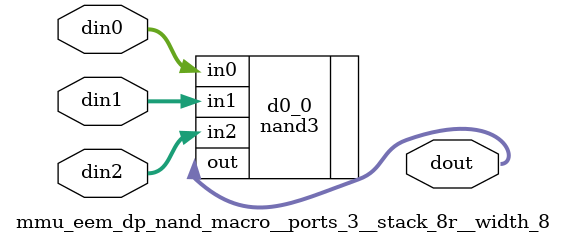
<source format=v>
module mmu_eem_dp (
  asi_error_inject, 
  asi_error_mask, 
  asi_mbist_ecc_in, 
  asi_mbist_run, 
  ecc_in, 
  ecc_out);
wire mbist_run_;
wire [7:0] pre_error_inject_;
wire [7:0] pre_error_inject;
wire [7:0] error_inject;
wire [7:0] error_inject_;
wire [7:0] ecc_in_;
wire [7:0] ecc_mux_0;
wire [7:0] ecc_mux_1;
wire [7:0] ecc_mux_2;



input		asi_error_inject;
input	[7:0]	asi_error_mask;

input	[7:0]	asi_mbist_ecc_in;
input		asi_mbist_run;

input 	[7:0]	ecc_in;

output	[7:0]	ecc_out;	


mmu_eem_dp_inv_macro__stack_8r__width_1 mbist_run_b_inv   (
	.din	(asi_mbist_run			),
	.dout	(mbist_run_			)
);

mmu_eem_dp_nand_macro__ports_2__stack_8r__width_8 pre_error_inject_b_and    (
	.din0	({8 {asi_error_inject}}		),
	.din1	(asi_error_mask		[7:0]	),
	.dout	(pre_error_inject_	[7:0]	)
);

mmu_eem_dp_inv_macro__stack_8r__width_8 pre_error_inject_inv   (
	.din	(pre_error_inject_	[7:0]	),
	.dout	(pre_error_inject	[7:0]	)
);

mmu_eem_dp_and_macro__stack_8r__width_8 error_inject_and   (
	.din0	(pre_error_inject	[7:0]	),
	.din1	({8 {mbist_run_}}		),
	.dout	(error_inject		[7:0]	)
);

mmu_eem_dp_and_macro__stack_8r__width_8 error_inject_b_and   (
	.din0	(pre_error_inject_	[7:0]	),
	.din1	({8 {mbist_run_}}		),
	.dout	(error_inject_		[7:0]	)
);

mmu_eem_dp_inv_macro__stack_8r__width_8 ecc_in_b_inv   (
	.din	(ecc_in			[7:0]	),
	.dout	(ecc_in_		[7:0]	)
);

mmu_eem_dp_nand_macro__ports_2__stack_8r__width_8 ecc_mux_0_nand    (
	.din0	(ecc_in			[7:0]	),
	.din1	(error_inject_		[7:0]	),
	.dout	(ecc_mux_0		[7:0]	)
);

mmu_eem_dp_nand_macro__ports_2__stack_8r__width_8 ecc_mux_1_nand    (
	.din0	(ecc_in_		[7:0]	),
	.din1	(error_inject		[7:0]	),
	.dout	(ecc_mux_1		[7:0]	)
);

mmu_eem_dp_nand_macro__ports_2__stack_8r__width_8 ecc_mux_2_nand    (
	.din0	(asi_mbist_ecc_in	[7:0]	),
	.din1	({8 {asi_mbist_run}}		),
	.dout	(ecc_mux_2		[7:0]	)
);

mmu_eem_dp_nand_macro__ports_3__stack_8r__width_8 ecc_mux_nand    (
	.din0	(ecc_mux_0		[7:0]	),
	.din1	(ecc_mux_1		[7:0]	),
	.din2	(ecc_mux_2		[7:0]	),
	.dout	(ecc_out		[7:0]	)
);



supply0 vss; // <- port for ground
supply1 vdd; // <- port for power

endmodule



//
//   invert macro
//
//





module mmu_eem_dp_inv_macro__stack_8r__width_1 (
  din, 
  dout);
  input [0:0] din;
  output [0:0] dout;






inv #(1)  d0_0 (
.in(din[0:0]),
.out(dout[0:0])
);









endmodule





//
//   nand macro for ports = 2,3,4
//
//





module mmu_eem_dp_nand_macro__ports_2__stack_8r__width_8 (
  din0, 
  din1, 
  dout);
  input [7:0] din0;
  input [7:0] din1;
  output [7:0] dout;






nand2 #(8)  d0_0 (
.in0(din0[7:0]),
.in1(din1[7:0]),
.out(dout[7:0])
);









endmodule





//
//   invert macro
//
//





module mmu_eem_dp_inv_macro__stack_8r__width_8 (
  din, 
  dout);
  input [7:0] din;
  output [7:0] dout;






inv #(8)  d0_0 (
.in(din[7:0]),
.out(dout[7:0])
);









endmodule





//  
//   and macro for ports = 2,3,4
//
//





module mmu_eem_dp_and_macro__stack_8r__width_8 (
  din0, 
  din1, 
  dout);
  input [7:0] din0;
  input [7:0] din1;
  output [7:0] dout;






and2 #(8)  d0_0 (
.in0(din0[7:0]),
.in1(din1[7:0]),
.out(dout[7:0])
);









endmodule





//
//   nand macro for ports = 2,3,4
//
//





module mmu_eem_dp_nand_macro__ports_3__stack_8r__width_8 (
  din0, 
  din1, 
  din2, 
  dout);
  input [7:0] din0;
  input [7:0] din1;
  input [7:0] din2;
  output [7:0] dout;






nand3 #(8)  d0_0 (
.in0(din0[7:0]),
.in1(din1[7:0]),
.in2(din2[7:0]),
.out(dout[7:0])
);









endmodule





</source>
